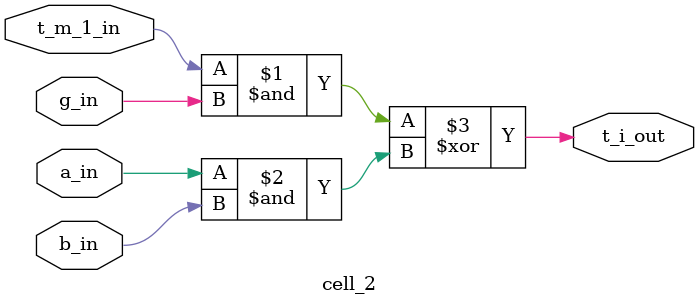
<source format=v>

module cell_2(
//-----input-----
  a_in,
  g_in,
  b_in,
  t_m_1_in,
//-----output----- 
  t_i_out
);

input a_in;
input g_in;
input b_in;
input t_m_1_in;

output t_i_out;

assign t_i_out= (t_m_1_in & g_in) ^ (a_in & b_in);

endmodule
</source>
